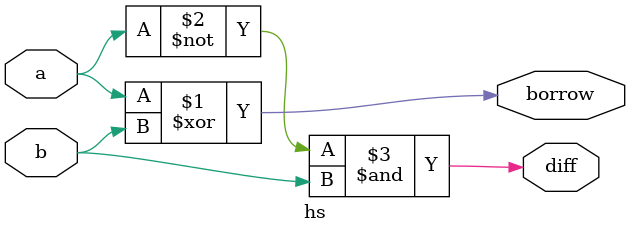
<source format=v>
module hs (a,b,borrow,diff);
  input a,b;
  output borrow,diff;


  /*one - delay
  xor #(5) gate1(borrow,a,b);
  and #(4) gate2(diff,~a,b);*/
  
  
  //two -delay
  xor #(5,4) gate1(borrow,a,b);
  and #(3,2) gate2(diff,~a,b);

  

endmodule  

</source>
